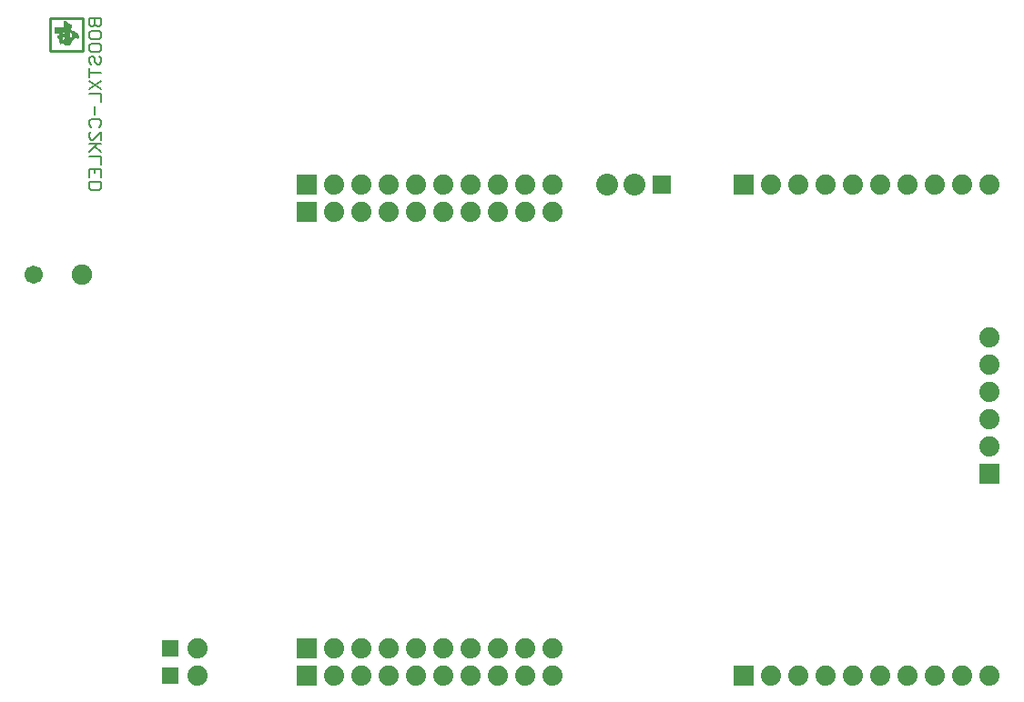
<source format=gbs>
G75*
G70*
%OFA0B0*%
%FSLAX24Y24*%
%IPPOS*%
%LPD*%
%AMOC8*
5,1,8,0,0,1.08239X$1,22.5*
%
%ADD10C,0.0050*%
%ADD11C,0.0100*%
%ADD12R,0.0740X0.0740*%
%ADD13C,0.0740*%
%ADD14C,0.0670*%
%ADD15C,0.0749*%
%ADD16R,0.0640X0.0640*%
%ADD17R,0.0700X0.0700*%
%ADD18C,0.0800*%
%ADD19C,0.0010*%
D10*
X021254Y043600D02*
X021179Y043675D01*
X021179Y043900D01*
X021629Y043900D01*
X021629Y043675D01*
X021554Y043600D01*
X021254Y043600D01*
X021179Y044060D02*
X021179Y044361D01*
X021629Y044361D01*
X021629Y044060D01*
X021404Y044211D02*
X021404Y044361D01*
X021629Y044521D02*
X021629Y044821D01*
X021179Y044821D01*
X021179Y044981D02*
X021479Y045281D01*
X021404Y045206D02*
X021629Y044981D01*
X021629Y045281D02*
X021179Y045281D01*
X021254Y045441D02*
X021179Y045517D01*
X021179Y045667D01*
X021254Y045742D01*
X021254Y045902D02*
X021179Y045977D01*
X021179Y046127D01*
X021254Y046202D01*
X021554Y046202D01*
X021629Y046127D01*
X021629Y045977D01*
X021554Y045902D01*
X021629Y045742D02*
X021329Y045441D01*
X021254Y045441D01*
X021629Y045441D02*
X021629Y045742D01*
X021404Y046362D02*
X021404Y046662D01*
X021629Y046823D02*
X021629Y047123D01*
X021179Y047123D01*
X021179Y047283D02*
X021629Y047583D01*
X021629Y047283D02*
X021179Y047583D01*
X021179Y047743D02*
X021179Y048044D01*
X021179Y047893D02*
X021629Y047893D01*
X021554Y048204D02*
X021629Y048279D01*
X021629Y048429D01*
X021554Y048504D01*
X021554Y048664D02*
X021254Y048664D01*
X021179Y048739D01*
X021179Y048889D01*
X021254Y048964D01*
X021554Y048964D01*
X021629Y048889D01*
X021629Y048739D01*
X021554Y048664D01*
X021329Y048504D02*
X021404Y048429D01*
X021404Y048279D01*
X021479Y048204D01*
X021554Y048204D01*
X021254Y048204D02*
X021179Y048279D01*
X021179Y048429D01*
X021254Y048504D01*
X021329Y048504D01*
X021254Y049124D02*
X021179Y049199D01*
X021179Y049350D01*
X021254Y049425D01*
X021554Y049425D01*
X021629Y049350D01*
X021629Y049199D01*
X021554Y049124D01*
X021254Y049124D01*
X021254Y049585D02*
X021329Y049585D01*
X021404Y049660D01*
X021404Y049885D01*
X021629Y049885D02*
X021629Y049660D01*
X021554Y049585D01*
X021479Y049585D01*
X021404Y049660D01*
X021254Y049585D02*
X021179Y049660D01*
X021179Y049885D01*
X021629Y049885D01*
D11*
X020954Y049910D02*
X020954Y048710D01*
X019754Y048710D01*
X019754Y049910D01*
X020954Y049910D01*
D12*
X029154Y043810D03*
X029154Y042810D03*
X029154Y026810D03*
X029154Y025810D03*
X045154Y025810D03*
X054154Y033210D03*
X045154Y043810D03*
D13*
X046154Y043810D03*
X047154Y043810D03*
X048154Y043810D03*
X049154Y043810D03*
X050154Y043810D03*
X051154Y043810D03*
X052154Y043810D03*
X053154Y043810D03*
X054154Y043810D03*
X054154Y038210D03*
X054154Y037210D03*
X054154Y036210D03*
X054154Y035210D03*
X054154Y034210D03*
X054154Y025810D03*
X053154Y025810D03*
X052154Y025810D03*
X051154Y025810D03*
X050154Y025810D03*
X049154Y025810D03*
X048154Y025810D03*
X047154Y025810D03*
X046154Y025810D03*
X038154Y025810D03*
X038154Y026810D03*
X037154Y026810D03*
X036154Y026810D03*
X036154Y025810D03*
X037154Y025810D03*
X035154Y025810D03*
X035154Y026810D03*
X034154Y026810D03*
X033154Y026810D03*
X033154Y025810D03*
X034154Y025810D03*
X032154Y025810D03*
X032154Y026810D03*
X031154Y026810D03*
X030154Y026810D03*
X030154Y025810D03*
X031154Y025810D03*
X025154Y025810D03*
X025154Y026810D03*
X030154Y042810D03*
X030154Y043810D03*
X031154Y043810D03*
X032154Y043810D03*
X032154Y042810D03*
X031154Y042810D03*
X033154Y042810D03*
X033154Y043810D03*
X034154Y043810D03*
X035154Y043810D03*
X035154Y042810D03*
X034154Y042810D03*
X036154Y042810D03*
X036154Y043810D03*
X037154Y043810D03*
X038154Y043810D03*
X038154Y042810D03*
X037154Y042810D03*
D14*
X019154Y040510D03*
D15*
X020926Y040510D03*
D16*
X024154Y025810D03*
X024154Y026810D03*
D17*
X042154Y043810D03*
D18*
X041154Y043810D03*
X040154Y043810D03*
D19*
X020775Y049186D02*
X020772Y049177D01*
X020767Y049170D01*
X020762Y049169D01*
X020747Y049174D01*
X020725Y049180D01*
X020704Y049183D01*
X020686Y049186D01*
X020671Y049184D01*
X020651Y049180D01*
X020636Y049174D01*
X020624Y049168D01*
X020607Y049157D01*
X020592Y049145D01*
X020301Y049145D01*
X020301Y049137D02*
X020582Y049137D01*
X020576Y049132D02*
X020563Y049118D01*
X020548Y049100D01*
X020534Y049081D01*
X020525Y049064D01*
X020516Y049049D01*
X020509Y049036D01*
X020497Y049013D01*
X020486Y048987D01*
X020479Y048972D01*
X020474Y048955D01*
X020469Y048945D01*
X020464Y048942D01*
X020451Y048940D01*
X020432Y048937D01*
X020408Y048934D01*
X020374Y048930D01*
X020352Y048928D01*
X020333Y048929D01*
X020301Y048934D01*
X020298Y048936D01*
X020292Y048945D01*
X020284Y048956D01*
X020272Y048962D01*
X020255Y048971D01*
X020233Y048977D01*
X020193Y048981D01*
X020157Y048979D01*
X020135Y048976D01*
X020121Y048977D01*
X020117Y048984D01*
X020114Y048996D01*
X020111Y049015D01*
X020109Y049036D01*
X020105Y049073D01*
X020104Y049107D01*
X020104Y049147D01*
X020117Y049150D01*
X020148Y049156D01*
X020175Y049163D01*
X020192Y049167D01*
X020205Y049169D01*
X020205Y049099D01*
X020216Y049102D01*
X020301Y049122D01*
X020301Y049191D01*
X020425Y049218D01*
X020451Y049219D01*
X020455Y049215D01*
X020457Y049209D01*
X020457Y049182D01*
X020455Y049164D01*
X020525Y049182D01*
X020538Y049189D01*
X020543Y049208D01*
X020549Y049230D01*
X020555Y049262D01*
X020559Y049292D01*
X020556Y049324D01*
X020553Y049334D01*
X020544Y049352D01*
X020530Y049365D01*
X020517Y049375D01*
X020502Y049381D01*
X020480Y049384D01*
X020450Y049384D01*
X020434Y049381D01*
X020356Y049365D01*
X020313Y049355D01*
X020301Y049354D01*
X020300Y049422D01*
X020205Y049401D01*
X020205Y049331D01*
X020091Y049308D01*
X020092Y049308D01*
X020091Y049308D02*
X020089Y049329D01*
X020083Y049345D01*
X020076Y049358D01*
X019942Y049358D01*
X019941Y049574D01*
X019942Y049573D01*
X020051Y049574D01*
X020158Y049573D01*
X020265Y049573D01*
X020265Y049763D01*
X020264Y049800D01*
X020283Y049800D01*
X020301Y049794D01*
X020323Y049784D01*
X020340Y049771D01*
X020356Y049755D01*
X020375Y049736D01*
X020387Y049723D01*
X020396Y049714D01*
X020407Y049704D01*
X020422Y049695D01*
X020445Y049685D01*
X020466Y049676D01*
X020486Y049667D01*
X020500Y049659D01*
X020519Y049644D01*
X020531Y049627D01*
X020535Y049620D01*
X020538Y049603D01*
X020535Y049583D01*
X020528Y049576D01*
X020522Y049569D01*
X020509Y049557D01*
X020486Y049535D01*
X020484Y049529D01*
X020481Y049509D01*
X020483Y049490D01*
X020493Y049476D01*
X020505Y049464D01*
X020544Y049442D01*
X020570Y049429D01*
X020592Y049420D01*
X020614Y049411D01*
X020640Y049397D01*
X020665Y049385D01*
X020694Y049366D01*
X020723Y049340D01*
X020742Y049318D01*
X020759Y049295D01*
X020768Y049278D01*
X020775Y049263D01*
X020778Y049247D01*
X020780Y049219D01*
X020778Y049200D01*
X020775Y049186D01*
X020776Y049188D02*
X020536Y049188D01*
X020540Y049197D02*
X020777Y049197D01*
X020779Y049205D02*
X020543Y049205D01*
X020545Y049214D02*
X020779Y049214D01*
X020779Y049222D02*
X020547Y049222D01*
X020549Y049231D02*
X020779Y049231D01*
X020778Y049239D02*
X020551Y049239D01*
X020552Y049248D02*
X020777Y049248D01*
X020776Y049256D02*
X020554Y049256D01*
X020556Y049265D02*
X020774Y049265D01*
X020770Y049273D02*
X020557Y049273D01*
X020558Y049282D02*
X020766Y049282D01*
X020761Y049291D02*
X020559Y049291D01*
X020558Y049299D02*
X020756Y049299D01*
X020750Y049308D02*
X020558Y049308D01*
X020557Y049316D02*
X020744Y049316D01*
X020736Y049325D02*
X020556Y049325D01*
X020553Y049333D02*
X020729Y049333D01*
X020721Y049342D02*
X020549Y049342D01*
X020545Y049350D02*
X020711Y049350D01*
X020701Y049359D02*
X020536Y049359D01*
X020527Y049367D02*
X020691Y049367D01*
X020678Y049376D02*
X020515Y049376D01*
X020451Y049347D02*
X020451Y049262D01*
X020140Y049192D01*
X020141Y049279D01*
X020141Y049279D01*
X020451Y049347D01*
X020451Y049342D02*
X020427Y049342D01*
X020451Y049333D02*
X020388Y049333D01*
X020368Y049367D02*
X020301Y049367D01*
X020301Y049359D02*
X020331Y049359D01*
X020300Y049376D02*
X020409Y049376D01*
X020451Y049325D02*
X020349Y049325D01*
X020310Y049316D02*
X020451Y049316D01*
X020451Y049308D02*
X020271Y049308D01*
X020231Y049299D02*
X020451Y049299D01*
X020451Y049291D02*
X020192Y049291D01*
X020175Y049325D02*
X020090Y049325D01*
X020088Y049333D02*
X020205Y049333D01*
X020205Y049342D02*
X020084Y049342D01*
X020080Y049350D02*
X020205Y049350D01*
X020205Y049359D02*
X019942Y049359D01*
X019942Y049367D02*
X020205Y049367D01*
X020205Y049376D02*
X019942Y049376D01*
X019942Y049385D02*
X020205Y049385D01*
X020205Y049393D02*
X019942Y049393D01*
X019942Y049402D02*
X020209Y049402D01*
X020248Y049410D02*
X019942Y049410D01*
X019942Y049419D02*
X020286Y049419D01*
X020300Y049419D02*
X020594Y049419D01*
X020574Y049427D02*
X019942Y049427D01*
X019942Y049436D02*
X020556Y049436D01*
X020540Y049444D02*
X019942Y049444D01*
X019942Y049453D02*
X020524Y049453D01*
X020509Y049461D02*
X019942Y049461D01*
X019942Y049470D02*
X020499Y049470D01*
X020491Y049479D02*
X019941Y049479D01*
X019941Y049487D02*
X020485Y049487D01*
X020482Y049496D02*
X019941Y049496D01*
X019941Y049504D02*
X020481Y049504D01*
X020481Y049513D02*
X019941Y049513D01*
X019941Y049521D02*
X020483Y049521D01*
X020484Y049530D02*
X019941Y049530D01*
X019941Y049538D02*
X020490Y049538D01*
X020498Y049547D02*
X019941Y049547D01*
X019941Y049555D02*
X020507Y049555D01*
X020517Y049564D02*
X019941Y049564D01*
X019941Y049572D02*
X020525Y049572D01*
X020533Y049581D02*
X020265Y049581D01*
X020265Y049590D02*
X020536Y049590D01*
X020537Y049598D02*
X020265Y049598D01*
X020265Y049607D02*
X020537Y049607D01*
X020536Y049615D02*
X020265Y049615D01*
X020265Y049624D02*
X020533Y049624D01*
X020527Y049632D02*
X020265Y049632D01*
X020265Y049641D02*
X020521Y049641D01*
X020512Y049649D02*
X020265Y049649D01*
X020265Y049658D02*
X020501Y049658D01*
X020487Y049666D02*
X020265Y049666D01*
X020265Y049675D02*
X020468Y049675D01*
X020449Y049684D02*
X020265Y049684D01*
X020265Y049692D02*
X020429Y049692D01*
X020413Y049701D02*
X020265Y049701D01*
X020265Y049709D02*
X020402Y049709D01*
X020393Y049718D02*
X020265Y049718D01*
X020265Y049726D02*
X020384Y049726D01*
X020376Y049735D02*
X020265Y049735D01*
X020265Y049743D02*
X020367Y049743D01*
X020359Y049752D02*
X020265Y049752D01*
X020265Y049760D02*
X020350Y049760D01*
X020342Y049769D02*
X020265Y049769D01*
X020265Y049778D02*
X020332Y049778D01*
X020319Y049786D02*
X020265Y049786D01*
X020264Y049795D02*
X020298Y049795D01*
X020300Y049410D02*
X020616Y049410D01*
X020632Y049402D02*
X020300Y049402D01*
X020300Y049393D02*
X020649Y049393D01*
X020666Y049385D02*
X020300Y049385D01*
X020351Y049239D02*
X020141Y049239D01*
X020141Y049231D02*
X020313Y049231D01*
X020327Y049197D02*
X020457Y049197D01*
X020457Y049205D02*
X020366Y049205D01*
X020405Y049214D02*
X020455Y049214D01*
X020457Y049188D02*
X020301Y049188D01*
X020301Y049179D02*
X020456Y049179D01*
X020455Y049171D02*
X020301Y049171D01*
X020301Y049162D02*
X020615Y049162D01*
X020603Y049154D02*
X020301Y049154D01*
X020301Y049128D02*
X020573Y049128D01*
X020576Y049132D02*
X020592Y049145D01*
X020565Y049120D02*
X020292Y049120D01*
X020255Y049111D02*
X020557Y049111D01*
X020550Y049103D02*
X020218Y049103D01*
X020205Y049103D02*
X020104Y049103D01*
X020104Y049111D02*
X020205Y049111D01*
X020205Y049120D02*
X020104Y049120D01*
X020104Y049128D02*
X020205Y049128D01*
X020205Y049137D02*
X020104Y049137D01*
X020104Y049145D02*
X020205Y049145D01*
X020205Y049154D02*
X020136Y049154D01*
X020174Y049162D02*
X020205Y049162D01*
X020198Y049205D02*
X020140Y049205D01*
X020140Y049197D02*
X020160Y049197D01*
X020140Y049214D02*
X020236Y049214D01*
X020274Y049222D02*
X020140Y049222D01*
X020116Y049222D02*
X020114Y049237D01*
X020108Y049250D01*
X020101Y049256D01*
X020038Y049256D01*
X020035Y049253D01*
X020032Y049247D01*
X020025Y049237D01*
X020024Y049221D01*
X020025Y049202D01*
X020028Y049196D01*
X020035Y049189D01*
X020041Y049183D01*
X020044Y049180D01*
X020051Y049177D01*
X020060Y049173D01*
X020079Y049173D01*
X020092Y049176D01*
X020102Y049183D01*
X020112Y049196D01*
X020115Y049205D01*
X020025Y049205D01*
X020025Y049214D02*
X020115Y049214D01*
X020116Y049222D02*
X020024Y049222D01*
X020025Y049231D02*
X020115Y049231D01*
X020113Y049239D02*
X020027Y049239D01*
X020032Y049248D02*
X020109Y049248D01*
X020101Y049256D02*
X020095Y049263D01*
X020086Y049266D01*
X020068Y049267D01*
X020053Y049266D01*
X020053Y049266D01*
X020041Y049260D01*
X020038Y049256D01*
X020052Y049265D02*
X020088Y049265D01*
X020116Y049222D02*
X020115Y049205D01*
X020112Y049197D02*
X020028Y049197D01*
X020036Y049188D02*
X020106Y049188D01*
X020097Y049179D02*
X020045Y049179D01*
X020104Y049094D02*
X020543Y049094D01*
X020537Y049086D02*
X020105Y049086D01*
X020105Y049077D02*
X020532Y049077D01*
X020527Y049068D02*
X020105Y049068D01*
X020106Y049060D02*
X020522Y049060D01*
X020517Y049051D02*
X020107Y049051D01*
X020108Y049043D02*
X020513Y049043D01*
X020508Y049034D02*
X020109Y049034D01*
X020110Y049026D02*
X020504Y049026D01*
X020499Y049017D02*
X020111Y049017D01*
X020112Y049009D02*
X020495Y049009D01*
X020492Y049000D02*
X020114Y049000D01*
X020115Y048992D02*
X020488Y048992D01*
X020485Y048983D02*
X020118Y048983D01*
X020243Y048974D02*
X020481Y048974D01*
X020477Y048966D02*
X020265Y048966D01*
X020282Y048957D02*
X020474Y048957D01*
X020471Y048949D02*
X020289Y048949D01*
X020295Y048940D02*
X020453Y048940D01*
X020392Y048932D02*
X020314Y048932D01*
X020482Y049171D02*
X020631Y049171D01*
X020650Y049179D02*
X020514Y049179D01*
X020451Y049265D02*
X020141Y049265D01*
X020141Y049273D02*
X020451Y049273D01*
X020451Y049282D02*
X020153Y049282D01*
X020141Y049256D02*
X020427Y049256D01*
X020389Y049248D02*
X020141Y049248D01*
X020134Y049316D02*
X020091Y049316D01*
X020725Y049179D02*
X020773Y049179D01*
X020768Y049171D02*
X020756Y049171D01*
M02*

</source>
